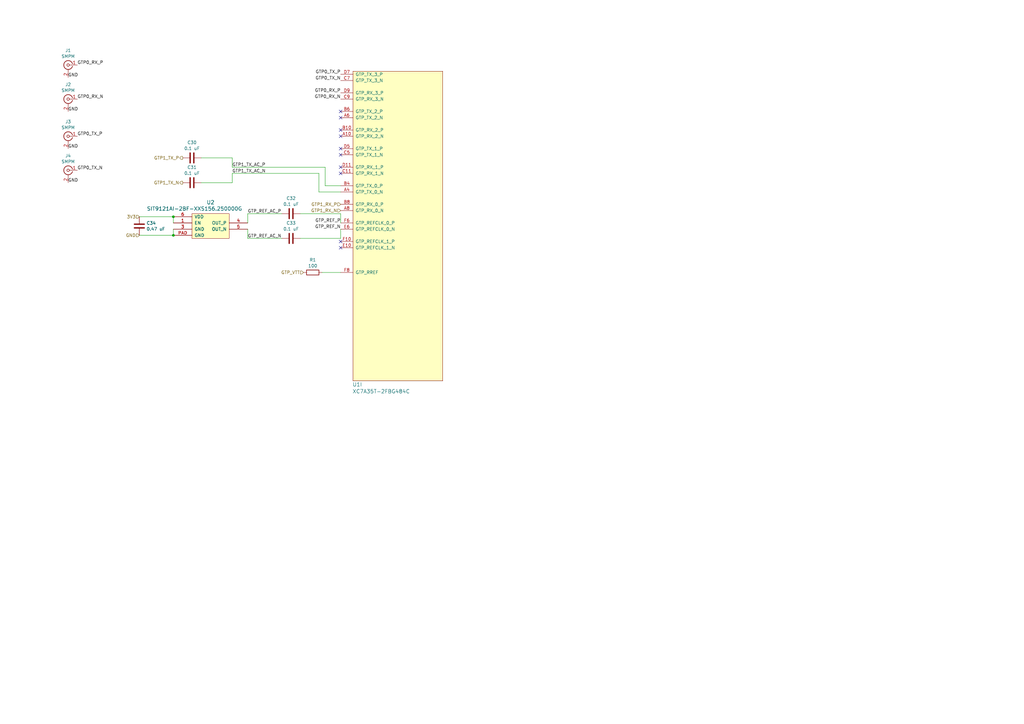
<source format=kicad_sch>
(kicad_sch (version 20231120) (generator "eeschema") (generator_version "8.0")
  (paper "A3")
  (lib_symbols
    (symbol "conn:CONN_COAXIAL" (pin_names (offset 1.016) hide)
      (property "Reference" "J" (at 0.254 3.048 0))
      (property "Value" "CONN_COAXIAL" (at 2.921 0 90))
      (symbol "CONN_COAXIAL_1_1"
        (pin passive line (at -3.81 0 0) (length 2.54) (name "In") (number "1"))
        (pin passive line (at 0 -5.08 90) (length 2.54) (name "Ext") (number "2"))
      )
    )
    (symbol "device:C" (pin_numbers hide) (pin_names (offset 0.254))
      (property "Reference" "C" (at 0.635 2.54 0))
      (property "Value" "C" (at 0.635 -2.54 0))
      (symbol "C_1_1"
        (pin passive line (at 0 3.81 270) (length 2.794) (name "~") (number "1"))
        (pin passive line (at 0 -3.81 90) (length 2.794) (name "~") (number "2"))
      )
    )
    (symbol "device:R" (pin_numbers hide) (pin_names (offset 0))
      (property "Reference" "R" (at 2.032 0 90))
      (property "Value" "R" (at 0 0 90))
      (symbol "R_1_1"
        (pin passive line (at 0 3.81 270) (length 1.27) (name "~") (number "1"))
        (pin passive line (at 0 -3.81 90) (length 1.27) (name "~") (number "2"))
      )
    )
    (symbol "osc-azonenberg:OSC_LVDS" (pin_names (offset 1.016))
      (property "Reference" "U" (at 0 -1.27 0))
      (property "Value" "OSC_LVDS" (at 0 -3.81 0))
      (symbol "OSC_LVDS_1_1"
        (pin input line (at -7.62 6.35 0) (length 7.62) (name "EN") (number "1"))
        (pin power_in line (at -7.62 3.81 0) (length 7.62) (name "GND") (number "3"))
        (pin output line (at 22.86 6.35 180) (length 7.62) (name "OUT_P") (number "4"))
        (pin output line (at 22.86 3.81 180) (length 7.62) (name "OUT_N") (number "5"))
        (pin power_in line (at -7.62 8.89 0) (length 7.62) (name "VDD") (number "6"))
        (pin power_in line (at -7.62 1.27 0) (length 7.62) (name "GND") (number "PAD"))
      )
    )
    (symbol "xilinx-azonenberg:XC7AxxxT-xFBG484" (pin_names (offset 1.016))
      (property "Reference" "U" (at 0 -2.54 0))
      (property "Value" "XC7AxxxT-xFBG484" (at 27.94 -2.54 0))
      (symbol "XC7AxxxT-xFBG484_1_1"
        (pin output line (at -5.08 17.78 0) (length 5.08) (name "DONE") (number "G11"))
        (pin power_in line (at -5.08 58.42 0) (length 5.08) (name "XADC_VP") (number "L10"))
        (pin bidirectional line (at -5.08 22.86 0) (length 5.08) (name "CCLK") (number "L12"))
        (pin power_in line (at -5.08 48.26 0) (length 5.08) (name "XADC_VREF_N") (number "L9"))
        (pin power_in line (at -5.08 50.8 0) (length 5.08) (name "XADC_VREF_P") (number "M10"))
        (pin power_in line (at -5.08 55.88 0) (length 5.08) (name "XADC_VN") (number "M9"))
        (pin passive line (at -5.08 40.64 0) (length 5.08) (name "THERMAL_D_P") (number "N10"))
        (pin input line (at -5.08 12.7 0) (length 5.08) (name "PROG_B") (number "N12"))
        (pin passive line (at -5.08 43.18 0) (length 5.08) (name "THERMAL_D_N") (number "N9"))
        (pin input line (at -5.08 30.48 0) (length 5.08) (name "TDI") (number "R13"))
        (pin input line (at -5.08 27.94 0) (length 5.08) (name "TMS") (number "T13"))
        (pin input line (at -5.08 2.54 0) (length 5.08) (name "M1") (number "U10"))
        (pin input line (at -5.08 5.08 0) (length 5.08) (name "M0") (number "U11"))
        (pin bidirectional line (at -5.08 15.24 0) (length 5.08) (name "INIT_B") (number "U12"))
        (pin output line (at -5.08 33.02 0) (length 5.08) (name "TDO") (number "U13"))
        (pin input line (at -5.08 7.62 0) (length 5.08) (name "CFGBVS") (number "U8"))
        (pin input line (at -5.08 0 0) (length 5.08) (name "M2") (number "U9"))
        (pin input line (at -5.08 35.56 0) (length 5.08) (name "TCK") (number "V12"))
      )
      (symbol "XC7AxxxT-xFBG484_2_0"
        (text "1.0V" (at 15.24 93.98 900) (effects (font (size 1.524 1.524))))
        (text "1.2V" (at 15.24 54.61 900) (effects (font (size 1.524 1.524))))
        (text "1.5V" (at 15.24 13.97 0) (effects (font (size 1.524 1.524))))
        (text "1.8V" (at 15.24 35.56 900) (effects (font (size 1.524 1.524))))
      )
      (symbol "XC7AxxxT-xFBG484_2_1"
        (pin power_in line (at 41.91 52.07 180) (length 5.08) (name "VCCO_16") (number "A17"))
        (pin power_in line (at 41.91 105.41 180) (length 5.08) (name "VCCO_13") (number "AA17"))
        (pin power_in line (at 41.91 34.29 180) (length 5.08) (name "VCCO_34") (number "AA7"))
        (pin power_in line (at 41.91 107.95 180) (length 5.08) (name "VCCO_13") (number "AB14"))
        (pin power_in line (at 41.91 36.83 180) (length 5.08) (name "VCCO_34") (number "AB4"))
        (pin power_in line (at -5.08 58.42 0) (length 5.08) (name "MGTAVTT") (number "B11"))
        (pin power_in line (at 41.91 54.61 180) (length 5.08) (name "VCCO_16") (number "B14"))
        (pin power_in line (at -5.08 48.26 0) (length 5.08) (name "MGTAVTT") (number "B5"))
        (pin power_in line (at -5.08 50.8 0) (length 5.08) (name "MGTAVTT") (number "B7"))
        (pin power_in line (at -5.08 55.88 0) (length 5.08) (name "MGTAVTT") (number "B9"))
        (pin power_in line (at 41.91 16.51 180) (length 5.08) (name "VCCO_35") (number "C1"))
        (pin power_in line (at 41.91 57.15 180) (length 5.08) (name "VCCO_16") (number "C21"))
        (pin power_in line (at -5.08 60.96 0) (length 5.08) (name "MGTAVTT") (number "C4"))
        (pin power_in line (at -5.08 53.34 0) (length 5.08) (name "MGTAVTT") (number "C8"))
        (pin power_in line (at -5.08 68.58 0) (length 5.08) (name "MGTAVCC") (number "D10"))
        (pin power_in line (at 41.91 59.69 180) (length 5.08) (name "VCCO_16") (number "D18"))
        (pin power_in line (at -5.08 66.04 0) (length 5.08) (name "MGTAVCC") (number "D6"))
        (pin power_in line (at -5.08 13.97 0) (length 5.08) (name "VCCBATT") (number "E12"))
        (pin power_in line (at 41.91 62.23 180) (length 5.08) (name "VCCO_16") (number "E15"))
        (pin power_in line (at -5.08 73.66 0) (length 5.08) (name "MGTAVCC") (number "E8"))
        (pin power_in line (at 41.91 120.65 180) (length 5.08) (name "VCCO_0") (number "F12"))
        (pin power_in line (at 41.91 19.05 180) (length 5.08) (name "VCCO_35") (number "F2"))
        (pin power_in line (at 41.91 64.77 180) (length 5.08) (name "VCCO_16") (number "F22"))
        (pin power_in line (at -5.08 76.2 0) (length 5.08) (name "MGTAVCC") (number "F7"))
        (pin power_in line (at -5.08 71.12 0) (length 5.08) (name "MGTAVCC") (number "F9"))
        (pin power_in line (at 41.91 69.85 180) (length 5.08) (name "VCCO_15") (number "G19"))
        (pin power_in line (at -5.08 91.44 0) (length 5.08) (name "VCCINT") (number "H10"))
        (pin power_in line (at -5.08 33.02 0) (length 5.08) (name "VCCAUX") (number "H12"))
        (pin power_in line (at 41.91 72.39 180) (length 5.08) (name "VCCO_15") (number "H16"))
        (pin power_in line (at 41.91 21.59 180) (length 5.08) (name "VCCO_35") (number "H6"))
        (pin power_in line (at -5.08 93.98 0) (length 5.08) (name "VCCINT") (number "H8"))
        (pin power_in line (at -5.08 81.28 0) (length 5.08) (name "VCCBRAM") (number "J11"))
        (pin power_in line (at 41.91 74.93 180) (length 5.08) (name "VCCO_15") (number "J13"))
        (pin power_in line (at 41.91 24.13 180) (length 5.08) (name "VCCO_35") (number "J3"))
        (pin power_in line (at -5.08 96.52 0) (length 5.08) (name "VCCINT") (number "J7"))
        (pin power_in line (at -5.08 99.06 0) (length 5.08) (name "VCCINT") (number "J9"))
        (pin power_in line (at -5.08 29.21 0) (length 5.08) (name "VCCADC") (number "K10"))
        (pin power_in line (at -5.08 35.56 0) (length 5.08) (name "VCCAUX") (number "K12"))
        (pin power_in line (at 41.91 77.47 180) (length 5.08) (name "VCCO_15") (number "K20"))
        (pin power_in line (at -5.08 104.14 0) (length 5.08) (name "VCCINT") (number "K8"))
        (pin power_in line (at -5.08 83.82 0) (length 5.08) (name "VCCBRAM") (number "L11"))
        (pin power_in line (at 41.91 80.01 180) (length 5.08) (name "VCCO_15") (number "L17"))
        (pin power_in line (at -5.08 101.6 0) (length 5.08) (name "VCCINT") (number "L7"))
        (pin power_in line (at -5.08 38.1 0) (length 5.08) (name "VCCAUX") (number "M12"))
        (pin power_in line (at 41.91 87.63 180) (length 5.08) (name "VCCO_14") (number "M14"))
        (pin power_in line (at 41.91 26.67 180) (length 5.08) (name "VCCO_35") (number "M4"))
        (pin power_in line (at -5.08 106.68 0) (length 5.08) (name "VCCINT") (number "M8"))
        (pin power_in line (at 41.91 29.21 180) (length 5.08) (name "VCCO_35") (number "N1"))
        (pin power_in line (at -5.08 86.36 0) (length 5.08) (name "VCCBRAM") (number "N11"))
        (pin power_in line (at 41.91 82.55 180) (length 5.08) (name "VCCO_15") (number "N21"))
        (pin power_in line (at -5.08 109.22 0) (length 5.08) (name "VCCINT") (number "N7"))
        (pin power_in line (at -5.08 114.3 0) (length 5.08) (name "VCCINT") (number "P10"))
        (pin power_in line (at -5.08 40.64 0) (length 5.08) (name "VCCAUX") (number "P12"))
        (pin power_in line (at 41.91 90.17 180) (length 5.08) (name "VCCO_14") (number "P18"))
        (pin power_in line (at -5.08 111.76 0) (length 5.08) (name "VCCINT") (number "P8"))
        (pin power_in line (at -5.08 43.18 0) (length 5.08) (name "VCCAUX") (number "R11"))
        (pin power_in line (at 41.91 92.71 180) (length 5.08) (name "VCCO_14") (number "R15"))
        (pin power_in line (at 41.91 39.37 180) (length 5.08) (name "VCCO_34") (number "R5"))
        (pin power_in line (at -5.08 116.84 0) (length 5.08) (name "VCCINT") (number "R7"))
        (pin power_in line (at -5.08 119.38 0) (length 5.08) (name "VCCINT") (number "R9"))
        (pin power_in line (at -5.08 121.92 0) (length 5.08) (name "VCCINT") (number "T10"))
        (pin power_in line (at 41.91 123.19 180) (length 5.08) (name "VCCO_0") (number "T12"))
        (pin power_in line (at 41.91 41.91 180) (length 5.08) (name "VCCO_34") (number "T2"))
        (pin power_in line (at 41.91 95.25 180) (length 5.08) (name "VCCO_14") (number "T22"))
        (pin power_in line (at -5.08 124.46 0) (length 5.08) (name "VCCINT") (number "T8"))
        (pin power_in line (at 41.91 97.79 180) (length 5.08) (name "VCCO_14") (number "U19"))
        (pin power_in line (at 41.91 110.49 180) (length 5.08) (name "VCCO_13") (number "V16"))
        (pin power_in line (at 41.91 44.45 180) (length 5.08) (name "VCCO_34") (number "V6"))
        (pin power_in line (at 41.91 113.03 180) (length 5.08) (name "VCCO_13") (number "W13"))
        (pin power_in line (at 41.91 46.99 180) (length 5.08) (name "VCCO_34") (number "W3"))
        (pin power_in line (at 41.91 115.57 180) (length 5.08) (name "VCCO_13") (number "Y10"))
        (pin power_in line (at 41.91 100.33 180) (length 5.08) (name "VCCO_14") (number "Y20"))
      )
      (symbol "XC7AxxxT-xFBG484_3_0"
        (text "Byte group 0" (at 25.4 107.95 900) (effects (font (size 1.524 1.524))))
        (text "Byte group 1" (at 25.4 77.47 900) (effects (font (size 1.524 1.524))))
        (text "Byte group 2" (at 25.4 46.99 900) (effects (font (size 1.524 1.524))))
      )
      (symbol "XC7AxxxT-xFBG484_3_1"
        (pin bidirectional line (at -5.08 81.28 0) (length 5.08) (name "IO_L9P_T1_DQS_13") (number "AA10"))
        (pin bidirectional line (at -5.08 78.74 0) (length 5.08) (name "IO_L9N_T1_DQS_13") (number "AA11"))
        (pin bidirectional line (at -5.08 111.76 0) (length 5.08) (name "IO_L3P_T0_DQS_13") (number "AA13"))
        (pin bidirectional line (at -5.08 99.06 0) (length 5.08) (name "IO_L5N_T0_13") (number "AA14"))
        (pin bidirectional line (at -5.08 106.68 0) (length 5.08) (name "IO_L4P_T0_13") (number "AA15"))
        (pin bidirectional line (at -5.08 119.38 0) (length 5.08) (name "IO_L1N_T0_13") (number "AA16"))
        (pin bidirectional line (at -5.08 86.36 0) (length 5.08) (name "IO_L8P_T1_13") (number "AA9"))
        (pin bidirectional line (at -5.08 83.82 0) (length 5.08) (name "IO_L8N_T1_13") (number "AB10"))
        (pin bidirectional line (at -5.08 91.44 0) (length 5.08) (name "IO_L7P_T1_13") (number "AB11"))
        (pin bidirectional line (at -5.08 88.9 0) (length 5.08) (name "IO_L7N_T1_13") (number "AB12"))
        (pin bidirectional line (at -5.08 109.22 0) (length 5.08) (name "IO_L3N_T0_DQS_13") (number "AB13"))
        (pin bidirectional line (at -5.08 104.14 0) (length 5.08) (name "IO_L4N_T0_13") (number "AB15"))
        (pin bidirectional line (at -5.08 116.84 0) (length 5.08) (name "IO_L2P_T0_13") (number "AB16"))
        (pin bidirectional line (at -5.08 114.3 0) (length 5.08) (name "IO_L2N_T0_13") (number "AB17"))
        (pin bidirectional line (at -5.08 50.8 0) (length 5.08) (name "IO_L15P_T2_DQS_13") (number "T14"))
        (pin bidirectional line (at -5.08 48.26 0) (length 5.08) (name "IO_L15N_T2_DQS_13") (number "T15"))
        (pin bidirectional line (at -5.08 40.64 0) (length 5.08) (name "IO_L17P_T2_13") (number "T16"))
        (pin bidirectional line (at -5.08 55.88 0) (length 5.08) (name "IO_L14P_T2_SRCC_13") (number "U15"))
        (pin bidirectional line (at -5.08 38.1 0) (length 5.08) (name "IO_L17N_T2_13") (number "U16"))
        (pin bidirectional line (at -5.08 76.2 0) (length 5.08) (name "IO_L10_PT1_13") (number "V10"))
        (pin bidirectional line (at -5.08 60.96 0) (length 5.08) (name "IO_L13P_T2_MRCC_13") (number "V13"))
        (pin bidirectional line (at -5.08 58.42 0) (length 5.08) (name "IO_L13N_T2_MRCC_13") (number "V14"))
        (pin bidirectional line (at -5.08 53.34 0) (length 5.08) (name "IO_L14N_T2_SRCC_13") (number "V15"))
        (pin bidirectional line (at -5.08 73.66 0) (length 5.08) (name "IO_L10N_T1_13") (number "W10"))
        (pin bidirectional line (at -5.08 66.04 0) (length 5.08) (name "IO_L12P_T1_MRCC_13") (number "W11"))
        (pin bidirectional line (at -5.08 63.5 0) (length 5.08) (name "IO_12N_T1_MRCC_13") (number "W12"))
        (pin bidirectional line (at -5.08 96.52 0) (length 5.08) (name "IO_L6P_T0_13") (number "W14"))
        (pin bidirectional line (at -5.08 45.72 0) (length 5.08) (name "IO_L16P_T2_13") (number "W15"))
        (pin bidirectional line (at -5.08 43.18 0) (length 5.08) (name "IO_L16N_T2_13") (number "W16"))
        (pin bidirectional line (at -5.08 71.12 0) (length 5.08) (name "IO_L11P_T1_SRCC_13") (number "Y11"))
        (pin bidirectional line (at -5.08 68.58 0) (length 5.08) (name "IO_L11N_T1_SRCC_13") (number "Y12"))
        (pin bidirectional line (at -5.08 101.6 0) (length 5.08) (name "IO_L5P_T0_13") (number "Y13"))
        (pin bidirectional line (at -5.08 93.98 0) (length 5.08) (name "IO_L6N_T0_VREF_13") (number "Y14"))
        (pin bidirectional line (at -5.08 121.92 0) (length 5.08) (name "IO_L1P_T0_13") (number "Y16"))
        (pin bidirectional line (at -5.08 124.46 0) (length 5.08) (name "IO_0_13") (number "Y17"))
      )
      (symbol "XC7AxxxT-xFBG484_4_0"
        (text "Byte group 0" (at 34.29 106.68 900) (effects (font (size 1.524 1.524))))
        (text "Byte group 1" (at 34.29 77.47 900) (effects (font (size 1.524 1.524))))
        (text "Byte group 2" (at 34.29 46.99 900) (effects (font (size 1.524 1.524))))
        (text "Byte group 3" (at 34.29 16.51 900) (effects (font (size 1.524 1.524))))
      )
      (symbol "XC7AxxxT-xFBG484_4_1"
        (pin bidirectional line (at -5.08 40.64 0) (length 5.08) (name "IO_L17P_T2_A14_D30_14") (number "AA18"))
        (pin bidirectional line (at -5.08 50.8 0) (length 5.08) (name "IO_L15P_T2_DQS_RDWR_B_14") (number "AA19"))
        (pin bidirectional line (at -5.08 86.36 0) (length 5.08) (name "IO_L8P_T1_D11_14") (number "AA20"))
        (pin bidirectional line (at -5.08 83.82 0) (length 5.08) (name "IO_L8N_T1_D12_14") (number "AA21"))
        (pin bidirectional line (at -5.08 38.1 0) (length 5.08) (name "IO_L17N_T2_A13_D29_14") (number "AB18"))
        (pin bidirectional line (at -5.08 48.26 0) (length 5.08) (name "IO_L15N_T2_DQS_DOUT_CSO_B_14") (number "AB20"))
        (pin bidirectional line (at -5.08 76.2 0) (length 5.08) (name "IO_L10P_T1_D14_14") (number "AB21"))
        (pin bidirectional line (at -5.08 73.66 0) (length 5.08) (name "IO_L10N_T1_D15_14") (number "AB22"))
        (pin bidirectional line (at -5.08 10.16 0) (length 5.08) (name "IO_L23P_T3_A03_D19_14") (number "N13"))
        (pin bidirectional line (at -5.08 7.62 0) (length 5.08) (name "IO_L23N_T3_A02_D18_14") (number "N14"))
        (pin bidirectional line (at -5.08 0 0) (length 5.08) (name "IO_25_14") (number "N15"))
        (pin bidirectional line (at -5.08 20.32 0) (length 5.08) (name "IO_L21P_T3_DQS_14") (number "N17"))
        (pin bidirectional line (at -5.08 30.48 0) (length 5.08) (name "IO_L19P_T3_A10_D26_14") (number "P14"))
        (pin bidirectional line (at -5.08 15.24 0) (length 5.08) (name "IO_L22P_T3_A05_D21_14") (number "P15"))
        (pin bidirectional line (at -5.08 5.08 0) (length 5.08) (name "IO_L24P_T3_A01_D17_14") (number "P16"))
        (pin bidirectional line (at -5.08 17.78 0) (length 5.08) (name "IO_L21N_T3_DQS_A06_D22_14") (number "P17"))
        (pin bidirectional line (at -5.08 101.6 0) (length 5.08) (name "IO_L5P_T0_D06_14") (number "P19"))
        (pin bidirectional line (at -5.08 124.46 0) (length 5.08) (name "IO_0_14") (number "P20"))
        (pin bidirectional line (at -5.08 116.84 0) (length 5.08) (name "IO_L2P_T0_D02_14") (number "P21"))
        (pin bidirectional line (at -5.08 121.92 0) (length 5.08) (name "IO_L1P_T0_D00_MOSI_14") (number "P22"))
        (pin bidirectional line (at -5.08 27.94 0) (length 5.08) (name "IO_L19N_T3_A09_D25_VREF_14") (number "R14"))
        (pin bidirectional line (at -5.08 12.7 0) (length 5.08) (name "IO_L22N_T3_A04_D20_14") (number "R16"))
        (pin bidirectional line (at -5.08 2.54 0) (length 5.08) (name "IO_L24N_T3_A00_D16_14") (number "R17"))
        (pin bidirectional line (at -5.08 25.4 0) (length 5.08) (name "IO_L20P_T3_A08_D24_14") (number "R18"))
        (pin bidirectional line (at -5.08 99.06 0) (length 5.08) (name "IO_L5N_T0_D07_14") (number "R19"))
        (pin bidirectional line (at -5.08 114.3 0) (length 5.08) (name "IO_L2N_T0_D03_14") (number "R21"))
        (pin bidirectional line (at -5.08 119.38 0) (length 5.08) (name "IO_L1N_T0_D01_DIN_14") (number "R22"))
        (pin bidirectional line (at -5.08 22.86 0) (length 5.08) (name "IO_L20N_T3_A07_D23_14") (number "T18"))
        (pin bidirectional line (at -5.08 96.52 0) (length 5.08) (name "IO_L6P_T0_FCS_B_14") (number "T19"))
        (pin bidirectional line (at -5.08 93.98 0) (length 5.08) (name "IO_L6N_T0_D08_VREF_14") (number "T20"))
        (pin bidirectional line (at -5.08 106.68 0) (length 5.08) (name "IO_L4P_T0_D04_14") (number "T21"))
        (pin bidirectional line (at -5.08 35.56 0) (length 5.08) (name "IO_L18P_T2_A12_D28_14") (number "U17"))
        (pin bidirectional line (at -5.08 33.02 0) (length 5.08) (name "IO_L18N_T2_A11_D27_14") (number "U18"))
        (pin bidirectional line (at -5.08 71.12 0) (length 5.08) (name "IO_L11P_T1_SRCC_14") (number "U20"))
        (pin bidirectional line (at -5.08 104.14 0) (length 5.08) (name "IO_L4N_T0_D05_14") (number "U21"))
        (pin bidirectional line (at -5.08 111.76 0) (length 5.08) (name "IO_L3P_T0_DQS_PUDC_B_14") (number "U22"))
        (pin bidirectional line (at -5.08 45.72 0) (length 5.08) (name "IO_L16P_T2_CSI_B_14") (number "V17"))
        (pin bidirectional line (at -5.08 55.88 0) (length 5.08) (name "IO_L14P_T2_SRCC_14") (number "V18"))
        (pin bidirectional line (at -5.08 53.34 0) (length 5.08) (name "IO_L14N_T2_SRCC_14") (number "V19"))
        (pin bidirectional line (at -5.08 68.58 0) (length 5.08) (name "IO_L11N_T1_SRCC_14") (number "V20"))
        (pin bidirectional line (at -5.08 109.22 0) (length 5.08) (name "IO_L3N_T0_DQS_EMCCLK_14") (number "V22"))
        (pin bidirectional line (at -5.08 43.18 0) (length 5.08) (name "IO_L16N_T2_A15_D31_14") (number "W17"))
        (pin bidirectional line (at -5.08 66.04 0) (length 5.08) (name "IO_L12P_T1_MRCC_14") (number "W19"))
        (pin bidirectional line (at -5.08 63.5 0) (length 5.08) (name "IO_L12N_T1_MRCC_14") (number "W20"))
        (pin bidirectional line (at -5.08 91.44 0) (length 5.08) (name "IO_L7P_T1_D09_14") (number "W21"))
        (pin bidirectional line (at -5.08 88.9 0) (length 5.08) (name "IO_L7N_T1_D10_14") (number "W22"))
        (pin bidirectional line (at -5.08 60.96 0) (length 5.08) (name "IO_L13P_T2_MRCC_14") (number "Y18"))
        (pin bidirectional line (at -5.08 58.42 0) (length 5.08) (name "IO_L13N_T2_MRCC_14") (number "Y19"))
        (pin bidirectional line (at -5.08 81.28 0) (length 5.08) (name "IO_L9P_T1_DQS_14") (number "Y21"))
        (pin bidirectional line (at -5.08 78.74 0) (length 5.08) (name "IO_L9N_T1_DQS_D13_14") (number "Y22"))
      )
      (symbol "XC7AxxxT-xFBG484_5_0"
        (text "Byte group 0" (at 31.75 106.68 900) (effects (font (size 1.524 1.524))))
        (text "Byte group 1" (at 31.75 76.2 900) (effects (font (size 1.524 1.524))))
        (text "Byte group 2" (at 31.75 45.72 900) (effects (font (size 1.524 1.524))))
        (text "Byte group 3" (at 31.75 15.24 900) (effects (font (size 1.524 1.524))))
      )
      (symbol "XC7AxxxT-xFBG484_5_1"
        (pin bidirectional line (at -5.08 119.38 0) (length 5.08) (name "IO_L1N_T0_AD0N_15") (number "G13"))
        (pin bidirectional line (at -5.08 116.84 0) (length 5.08) (name "IO_L2P_T0_AD8P_15") (number "G15"))
        (pin bidirectional line (at -5.08 114.3 0) (length 5.08) (name "IO_L2N_T0_AD8N_15") (number "G16"))
        (pin bidirectional line (at -5.08 106.68 0) (length 5.08) (name "IO_L4P_T0_AD9P_15") (number "G17"))
        (pin bidirectional line (at -5.08 104.14 0) (length 5.08) (name "IO_L4N_T0_AD9N_15") (number "G18"))
        (pin bidirectional line (at -5.08 83.82 0) (length 5.08) (name "IO_L8N_T1_AD10N_15") (number "G20"))
        (pin bidirectional line (at -5.08 121.92 0) (length 5.08) (name "IO_L1P_T0_AD0P_15") (number "H13"))
        (pin bidirectional line (at -5.08 109.22 0) (length 5.08) (name "IO_L3N_T0_DQS_AD1N_15") (number "H14"))
        (pin bidirectional line (at -5.08 99.06 0) (length 5.08) (name "IO_L5N_T0_AD9N_15") (number "H15"))
        (pin bidirectional line (at -5.08 96.52 0) (length 5.08) (name "IO_L6P_T0_15") (number "H17"))
        (pin bidirectional line (at -5.08 93.98 0) (length 5.08) (name "IO_L6N_T0_VREF_15") (number "H18"))
        (pin bidirectional line (at -5.08 63.5 0) (length 5.08) (name "IO_L12N_T1_MRCC_15") (number "H19"))
        (pin bidirectional line (at -5.08 86.36 0) (length 5.08) (name "IO_L8P_T1_AD10P_15") (number "H20"))
        (pin bidirectional line (at -5.08 88.9 0) (length 5.08) (name "IO_L7N_T1_AD2N_15") (number "H22"))
        (pin bidirectional line (at -5.08 111.76 0) (length 5.08) (name "IO_L3P_T0_DQS_AD1P_15") (number "J14"))
        (pin bidirectional line (at -5.08 101.6 0) (length 5.08) (name "IO_L5P_T0_AD9P_15") (number "J15"))
        (pin bidirectional line (at -5.08 124.46 0) (length 5.08) (name "IO_0_15") (number "J16"))
        (pin bidirectional line (at -5.08 17.78 0) (length 5.08) (name "IO_L21N_T3_DQS_A18_15") (number "J17"))
        (pin bidirectional line (at -5.08 66.04 0) (length 5.08) (name "IO_L12P_T1_MRCC_15") (number "J19"))
        (pin bidirectional line (at -5.08 71.12 0) (length 5.08) (name "IO_L11P_T1_SRCC_15") (number "J20"))
        (pin bidirectional line (at -5.08 68.58 0) (length 5.08) (name "IO_L11N_T1_SRCC_15") (number "J21"))
        (pin bidirectional line (at -5.08 91.44 0) (length 5.08) (name "IO_L7P_T1_AD2P_15") (number "J22"))
        (pin bidirectional line (at -5.08 30.48 0) (length 5.08) (name "IO_L19P_T3_A22_15") (number "K13"))
        (pin bidirectional line (at -5.08 27.94 0) (length 5.08) (name "IO_L19N_T3_A21_VREF_15") (number "K14"))
        (pin bidirectional line (at -5.08 7.62 0) (length 5.08) (name "IO_L23N_T3_FWE_B_15") (number "K16"))
        (pin bidirectional line (at -5.08 20.32 0) (length 5.08) (name "IO_L21P_T3_DQS_15") (number "K17"))
        (pin bidirectional line (at -5.08 60.96 0) (length 5.08) (name "IO_L13P_T2_MRCC_15") (number "K18"))
        (pin bidirectional line (at -5.08 58.42 0) (length 5.08) (name "IO_L13N_T2_MRCC_15") (number "K19"))
        (pin bidirectional line (at -5.08 81.28 0) (length 5.08) (name "IO_L9P_T1_DQS_AD3P_15") (number "K21"))
        (pin bidirectional line (at -5.08 78.74 0) (length 5.08) (name "IO_L9N_T1_DQS_AD3N_15") (number "K22"))
        (pin bidirectional line (at -5.08 22.86 0) (length 5.08) (name "IO_L20N_T3_A19_15") (number "L13"))
        (pin bidirectional line (at -5.08 15.24 0) (length 5.08) (name "IO_L22P_T3_A17_15") (number "L14"))
        (pin bidirectional line (at -5.08 12.7 0) (length 5.08) (name "IO_L22N_T3_A16_15") (number "L15"))
        (pin bidirectional line (at -5.08 10.16 0) (length 5.08) (name "IO_L23P_T3_FOE_B_15") (number "L16"))
        (pin bidirectional line (at -5.08 43.18 0) (length 5.08) (name "IO_L16N_T2_A27_15") (number "L18"))
        (pin bidirectional line (at -5.08 55.88 0) (length 5.08) (name "IO_L14P_T2_SRCC_15") (number "L19"))
        (pin bidirectional line (at -5.08 53.34 0) (length 5.08) (name "IO_L14N_T2_SRCC_15") (number "L20"))
        (pin bidirectional line (at -5.08 73.66 0) (length 5.08) (name "IO_L10N_T1_AD11N_15") (number "L21"))
        (pin bidirectional line (at -5.08 25.4 0) (length 5.08) (name "IO_L20P_T3_A20_15") (number "M13"))
        (pin bidirectional line (at -5.08 5.08 0) (length 5.08) (name "IO_L24P_T3_RS1_15") (number "M15"))
        (pin bidirectional line (at -5.08 2.54 0) (length 5.08) (name "IO_L24N_T3_RS0_15") (number "M16"))
        (pin bidirectional line (at -5.08 0 0) (length 5.08) (name "IO_25_15") (number "M17"))
        (pin bidirectional line (at -5.08 45.72 0) (length 5.08) (name "IO_L16P_T2_A28_15") (number "M18"))
        (pin bidirectional line (at -5.08 33.02 0) (length 5.08) (name "IO_L18N_T2_A23_15") (number "M20"))
        (pin bidirectional line (at -5.08 76.2 0) (length 5.08) (name "IO_L10P_T1_AD11P_15") (number "M21"))
        (pin bidirectional line (at -5.08 48.26 0) (length 5.08) (name "IO_L15N_T2_DQS_ADV_B_15") (number "M22"))
        (pin bidirectional line (at -5.08 40.64 0) (length 5.08) (name "IO_L17P_T2_A26_15") (number "N18"))
        (pin bidirectional line (at -5.08 38.1 0) (length 5.08) (name "IO_L17N_T2_A25_15") (number "N19"))
        (pin bidirectional line (at -5.08 35.56 0) (length 5.08) (name "IO_L18P_T2_A24_15") (number "N20"))
        (pin bidirectional line (at -5.08 50.8 0) (length 5.08) (name "IO_L15P_T2_DQS_15") (number "N22"))
      )
      (symbol "XC7AxxxT-xFBG484_6_0"
        (text "Byte group 0" (at 26.67 106.68 900) (effects (font (size 1.524 1.524))))
        (text "Byte group 1" (at 26.67 77.47 900) (effects (font (size 1.524 1.524))))
        (text "Byte group 2" (at 26.67 46.99 900) (effects (font (size 1.524 1.524))))
        (text "Byte group 3" (at 26.67 16.51 900) (effects (font (size 1.524 1.524))))
      )
      (symbol "XC7AxxxT-xFBG484_6_1"
        (pin bidirectional line (at -5.08 76.2 0) (length 5.08) (name "IO_L10P_T1_16") (number "A13"))
        (pin bidirectional line (at -5.08 73.66 0) (length 5.08) (name "IO_L10N_T1_16") (number "A14"))
        (pin bidirectional line (at -5.08 81.28 0) (length 5.08) (name "IO_L9P_T1_DQS_16") (number "A15"))
        (pin bidirectional line (at -5.08 78.74 0) (length 5.08) (name "IO_L9N_T1_DQS_16") (number "A16"))
        (pin bidirectional line (at -5.08 40.64 0) (length 5.08) (name "IO_L17P_T2_16") (number "A18"))
        (pin bidirectional line (at -5.08 38.1 0) (length 5.08) (name "IO_L17N_T2_16") (number "A19"))
        (pin bidirectional line (at -5.08 43.18 0) (length 5.08) (name "IO_L16N_T2_16") (number "A20"))
        (pin bidirectional line (at -5.08 17.78 0) (length 5.08) (name "IO_L21N_T3_DQS_16") (number "A21"))
        (pin bidirectional line (at -5.08 83.82 0) (length 5.08) (name "IO_L8N_T1_16") (number "B13"))
        (pin bidirectional line (at -5.08 91.44 0) (length 5.08) (name "IO_L7P_T1_16") (number "B15"))
        (pin bidirectional line (at -5.08 88.9 0) (length 5.08) (name "IO_L7N_T1_16") (number "B16"))
        (pin bidirectional line (at -5.08 71.12 0) (length 5.08) (name "IO_L11P_T1_SRCC_16") (number "B17"))
        (pin bidirectional line (at -5.08 68.58 0) (length 5.08) (name "IO_L11N_T1_SRCC_16") (number "B18"))
        (pin bidirectional line (at -5.08 45.72 0) (length 5.08) (name "IO_L16P_T2_16") (number "B20"))
        (pin bidirectional line (at -5.08 20.32 0) (length 5.08) (name "IO_L21P_T3_DQS_16") (number "B21"))
        (pin bidirectional line (at -5.08 22.86 0) (length 5.08) (name "IO_L20N_T3_16") (number "B22"))
        (pin bidirectional line (at -5.08 86.36 0) (length 5.08) (name "IO_L8P_T1_16") (number "C13"))
        (pin bidirectional line (at -5.08 111.76 0) (length 5.08) (name "IO_L3P_T0_DQS_16") (number "C14"))
        (pin bidirectional line (at -5.08 109.22 0) (length 5.08) (name "IO_L3N_T0_DQS_16") (number "C15"))
        (pin bidirectional line (at -5.08 63.5 0) (length 5.08) (name "IO_L12N_T1_MRCC_16") (number "C17"))
        (pin bidirectional line (at -5.08 60.96 0) (length 5.08) (name "IO_L13P_T2_MRCC_16") (number "C18"))
        (pin bidirectional line (at -5.08 58.42 0) (length 5.08) (name "IO_L13N_T2_MRCC_16") (number "C19"))
        (pin bidirectional line (at -5.08 27.94 0) (length 5.08) (name "IO_L19N_T3_VREF_16") (number "C20"))
        (pin bidirectional line (at -5.08 25.4 0) (length 5.08) (name "IO_L20P_T3_16") (number "C22"))
        (pin bidirectional line (at -5.08 96.52 0) (length 5.08) (name "IO_L6P_T0_16") (number "D14"))
        (pin bidirectional line (at -5.08 93.98 0) (length 5.08) (name "IO_L6N_T0_VREF_16") (number "D15"))
        (pin bidirectional line (at -5.08 99.06 0) (length 5.08) (name "IO_L5N_T0_16") (number "D16"))
        (pin bidirectional line (at -5.08 66.04 0) (length 5.08) (name "IO_L12P_T1_MRCC_16") (number "D17"))
        (pin bidirectional line (at -5.08 53.34 0) (length 5.08) (name "IO_L14N_T2_SRCC_16") (number "D19"))
        (pin bidirectional line (at -5.08 30.48 0) (length 5.08) (name "IO_L19P_T3_16") (number "D20"))
        (pin bidirectional line (at -5.08 7.62 0) (length 5.08) (name "IO_L23N_T3_16") (number "D21"))
        (pin bidirectional line (at -5.08 12.7 0) (length 5.08) (name "IO_L22N_T3_16") (number "D22"))
        (pin bidirectional line (at -5.08 106.68 0) (length 5.08) (name "IO_L4P_T0_16") (number "E13"))
        (pin bidirectional line (at -5.08 104.14 0) (length 5.08) (name "IO_L4N_T0_16") (number "E14"))
        (pin bidirectional line (at -5.08 101.6 0) (length 5.08) (name "IO_L5P_T0_16") (number "E16"))
        (pin bidirectional line (at -5.08 114.3 0) (length 5.08) (name "IO_L2N_T0_16") (number "E17"))
        (pin bidirectional line (at -5.08 48.26 0) (length 5.08) (name "IO_L15N_T2_DQS_16") (number "E18"))
        (pin bidirectional line (at -5.08 55.88 0) (length 5.08) (name "IO_L14P_T2_SRCC_16") (number "E19"))
        (pin bidirectional line (at -5.08 10.16 0) (length 5.08) (name "IO_L23P_T3_16") (number "E21"))
        (pin bidirectional line (at -5.08 15.24 0) (length 5.08) (name "IO_L22P_T3_16") (number "E22"))
        (pin bidirectional line (at -5.08 121.92 0) (length 5.08) (name "IO_L1P_T0_16") (number "F13"))
        (pin bidirectional line (at -5.08 119.38 0) (length 5.08) (name "IO_L1N_T0_16") (number "F14"))
        (pin bidirectional line (at -5.08 124.46 0) (length 5.08) (name "IO_0_16") (number "F15"))
        (pin bidirectional line (at -5.08 116.84 0) (length 5.08) (name "IO_L2P_T0_16") (number "F16"))
        (pin bidirectional line (at -5.08 50.8 0) (length 5.08) (name "IO_L15P_T2_DQS_16") (number "F18"))
        (pin bidirectional line (at -5.08 35.56 0) (length 5.08) (name "IO_L18P_T2_16") (number "F19"))
        (pin bidirectional line (at -5.08 33.02 0) (length 5.08) (name "IO_L18N_T2_16") (number "F20"))
        (pin bidirectional line (at -5.08 0 0) (length 5.08) (name "IO_25_16") (number "F21"))
        (pin bidirectional line (at -5.08 5.08 0) (length 5.08) (name "IO_L24P_T3_16") (number "G21"))
        (pin bidirectional line (at -5.08 2.54 0) (length 5.08) (name "IO_L24N_T3_16") (number "G22"))
      )
      (symbol "XC7AxxxT-xFBG484_7_0"
        (text "Byte group 0" (at 25.4 106.68 900) (effects (font (size 1.524 1.524))))
        (text "Byte group 1" (at 25.4 77.47 900) (effects (font (size 1.524 1.524))))
        (text "Byte group 2" (at 25.4 45.72 900) (effects (font (size 1.524 1.524))))
        (text "Byte group 3" (at 25.4 16.51 900) (effects (font (size 1.524 1.524))))
      )
      (symbol "XC7AxxxT-xFBG484_7_1"
        (pin bidirectional line (at -5.08 91.44 0) (length 5.08) (name "IO_L7P_T1_34") (number "AA1"))
        (pin bidirectional line (at -5.08 78.74 0) (length 5.08) (name "IO_L9N_T1_DQS_34") (number "AA3"))
        (pin bidirectional line (at -5.08 68.58 0) (length 5.08) (name "IO_L11N_T1_SRCC_34") (number "AA4"))
        (pin bidirectional line (at -5.08 76.2 0) (length 5.08) (name "IO_L10P_T1_34") (number "AA5"))
        (pin bidirectional line (at -5.08 33.02 0) (length 5.08) (name "IO_L18N_T2_34") (number "AA6"))
        (pin bidirectional line (at -5.08 15.24 0) (length 5.08) (name "IO_L22P_T3_34") (number "AA8"))
        (pin bidirectional line (at -5.08 88.9 0) (length 5.08) (name "IO_L7N_T1_34") (number "AB1"))
        (pin bidirectional line (at -5.08 83.82 0) (length 5.08) (name "IO_L8N_T1_34") (number "AB2"))
        (pin bidirectional line (at -5.08 86.36 0) (length 5.08) (name "IO_L8P_T1_34") (number "AB3"))
        (pin bidirectional line (at -5.08 73.66 0) (length 5.08) (name "IO_L10N_T1_34") (number "AB5"))
        (pin bidirectional line (at -5.08 22.86 0) (length 5.08) (name "IO_L20N_T3_34") (number "AB6"))
        (pin bidirectional line (at -5.08 25.4 0) (length 5.08) (name "IO_L20P_T3_34") (number "AB7"))
        (pin bidirectional line (at -5.08 12.7 0) (length 5.08) (name "IO_L22N_T3_34") (number "AB8"))
        (pin bidirectional line (at -5.08 109.22 0) (length 5.08) (name "IO_L3N_T0_DQS_34") (number "R2"))
        (pin bidirectional line (at -5.08 111.76 0) (length 5.08) (name "IO_L3P_T0_DQS_34") (number "R3"))
        (pin bidirectional line (at -5.08 60.96 0) (length 5.08) (name "IO_L13P_T2_MRCC_34") (number "R4"))
        (pin bidirectional line (at -5.08 40.64 0) (length 5.08) (name "IO_L17P_T2_34") (number "R6"))
        (pin bidirectional line (at -5.08 121.92 0) (length 5.08) (name "IO_L1P_T0_34") (number "T1"))
        (pin bidirectional line (at -5.08 124.46 0) (length 5.08) (name "IO_0_34") (number "T3"))
        (pin bidirectional line (at -5.08 58.42 0) (length 5.08) (name "IO_L13N_T2_MRCC_34") (number "T4"))
        (pin bidirectional line (at -5.08 55.88 0) (length 5.08) (name "IO_L14P_T2_SRCC_34") (number "T5"))
        (pin bidirectional line (at -5.08 38.1 0) (length 5.08) (name "IO_L17N_T2_34") (number "T6"))
        (pin bidirectional line (at -5.08 119.38 0) (length 5.08) (name "IO_L1N_T0_34") (number "U1"))
        (pin bidirectional line (at -5.08 116.84 0) (length 5.08) (name "IO_L2P_T0_34") (number "U2"))
        (pin bidirectional line (at -5.08 96.52 0) (length 5.08) (name "IO_L6P_T0_34") (number "U3"))
        (pin bidirectional line (at -5.08 53.34 0) (length 5.08) (name "IO_L14N_T2_SRCC_34") (number "U5"))
        (pin bidirectional line (at -5.08 45.72 0) (length 5.08) (name "IO_L16P_T2_34") (number "U6"))
        (pin bidirectional line (at -5.08 0 0) (length 5.08) (name "IO_25_34") (number "U7"))
        (pin bidirectional line (at -5.08 114.3 0) (length 5.08) (name "IO_L2N_T0_34") (number "V2"))
        (pin bidirectional line (at -5.08 93.98 0) (length 5.08) (name "IO_L6N_T0_VREF_34") (number "V3"))
        (pin bidirectional line (at -5.08 66.04 0) (length 5.08) (name "IO_L12P_T1_MRCC_34") (number "V4"))
        (pin bidirectional line (at -5.08 43.18 0) (length 5.08) (name "IO_L16N_T2_34") (number "V5"))
        (pin bidirectional line (at -5.08 30.48 0) (length 5.08) (name "IO_L19P_T3_34") (number "V7"))
        (pin bidirectional line (at -5.08 17.78 0) (length 5.08) (name "IO_L21N_T3_DQS_34") (number "V8"))
        (pin bidirectional line (at -5.08 20.32 0) (length 5.08) (name "IO_L21P_T3_DQS_34") (number "V9"))
        (pin bidirectional line (at -5.08 101.6 0) (length 5.08) (name "IO_L5P_T0_34") (number "W1"))
        (pin bidirectional line (at -5.08 106.68 0) (length 5.08) (name "IO_L4P_T0_34") (number "W2"))
        (pin bidirectional line (at -5.08 63.5 0) (length 5.08) (name "IO_L12N_T1_MRCC_34") (number "W4"))
        (pin bidirectional line (at -5.08 48.26 0) (length 5.08) (name "IO_L15N_T2_DQS_34") (number "W5"))
        (pin bidirectional line (at -5.08 50.8 0) (length 5.08) (name "IO_L15P_T2_DQS_34") (number "W6"))
        (pin bidirectional line (at -5.08 27.94 0) (length 5.08) (name "IO_L19N_T3_VREF_34") (number "W7"))
        (pin bidirectional line (at -5.08 5.08 0) (length 5.08) (name "IO_L24P_T3_34") (number "W9"))
        (pin bidirectional line (at -5.08 99.06 0) (length 5.08) (name "IO_L5N_T0_34") (number "Y1"))
        (pin bidirectional line (at -5.08 104.14 0) (length 5.08) (name "IO_L4N_T0_34") (number "Y2"))
        (pin bidirectional line (at -5.08 81.28 0) (length 5.08) (name "IO_L9P_T1_DQS_34") (number "Y3"))
        (pin bidirectional line (at -5.08 71.12 0) (length 5.08) (name "IO_L11P_T1_SRCC_34") (number "Y4"))
        (pin bidirectional line (at -5.08 35.56 0) (length 5.08) (name "IO_L18P_T2_34") (number "Y6"))
        (pin bidirectional line (at -5.08 7.62 0) (length 5.08) (name "IO_L23N_T3_34") (number "Y7"))
        (pin bidirectional line (at -5.08 10.16 0) (length 5.08) (name "IO_L23P_T3_34") (number "Y8"))
        (pin bidirectional line (at -5.08 2.54 0) (length 5.08) (name "IO_L24N_T3_34") (number "Y9"))
      )
      (symbol "XC7AxxxT-xFBG484_8_0"
        (text "Byte group 0" (at 26.67 106.68 900) (effects (font (size 1.524 1.524))))
        (text "Byte group 1" (at 26.67 76.2 900) (effects (font (size 1.524 1.524))))
        (text "Byte group 2" (at 26.67 45.72 900) (effects (font (size 1.524 1.524))))
        (text "Byte group 3" (at 26.67 15.24 900) (effects (font (size 1.524 1.524))))
      )
      (symbol "XC7AxxxT-xFBG484_8_1"
        (pin bidirectional line (at -5.08 119.38 0) (length 5.08) (name "IO_L1N_T0_AD4N_35") (number "A1"))
        (pin bidirectional line (at -5.08 121.92 0) (length 5.08) (name "IO_L1P_T0_AD4P_35") (number "B1"))
        (pin bidirectional line (at -5.08 114.3 0) (length 5.08) (name "IO_L2N_T0_AD12N_35") (number "B2"))
        (pin bidirectional line (at -5.08 116.84 0) (length 5.08) (name "IO_L2P_T0_AD12P_35") (number "C2"))
        (pin bidirectional line (at -5.08 109.22 0) (length 5.08) (name "IO_L3N_T0_DQS_AD5N_35") (number "D1"))
        (pin bidirectional line (at -5.08 104.14 0) (length 5.08) (name "IO_L4N_T0_35") (number "D2"))
        (pin bidirectional line (at -5.08 111.76 0) (length 5.08) (name "IO_L3P_T0_DQS_AD5P_35") (number "E1"))
        (pin bidirectional line (at -5.08 106.68 0) (length 5.08) (name "IO_L4P_T0_35") (number "E2"))
        (pin bidirectional line (at -5.08 93.98 0) (length 5.08) (name "IO_L6N_T0_VREF_35") (number "E3"))
        (pin bidirectional line (at -5.08 99.06 0) (length 5.08) (name "IO_L5N_T0_AD13N_35") (number "F1"))
        (pin bidirectional line (at -5.08 96.52 0) (length 5.08) (name "IO_L6P_T0_35") (number "F3"))
        (pin bidirectional line (at -5.08 124.46 0) (length 5.08) (name "IO_0_35") (number "F4"))
        (pin bidirectional line (at -5.08 101.6 0) (length 5.08) (name "IO_L5P_T0_AD13P_35") (number "G1"))
        (pin bidirectional line (at -5.08 83.82 0) (length 5.08) (name "IO_L8N_T1_AD14N_35") (number "G2"))
        (pin bidirectional line (at -5.08 68.58 0) (length 5.08) (name "IO_L11N_T1_SRCC_35") (number "G3"))
        (pin bidirectional line (at -5.08 63.5 0) (length 5.08) (name "IO_L12N_T1_MRCC_35") (number "G4"))
        (pin bidirectional line (at -5.08 86.36 0) (length 5.08) (name "IO_L8P_T1_AD14P_35") (number "H2"))
        (pin bidirectional line (at -5.08 71.12 0) (length 5.08) (name "IO_L11P_T1_SRCC_35") (number "H3"))
        (pin bidirectional line (at -5.08 66.04 0) (length 5.08) (name "IO_L12P_T1_MRCC_35") (number "H4"))
        (pin bidirectional line (at -5.08 73.66 0) (length 5.08) (name "IO_L10N_T1_AD15N_35") (number "H5"))
        (pin bidirectional line (at -5.08 88.9 0) (length 5.08) (name "IO_L7N_T1_AD6N_35") (number "J1"))
        (pin bidirectional line (at -5.08 78.74 0) (length 5.08) (name "IO_L9N_T1_DQS_AD7N_35") (number "J2"))
        (pin bidirectional line (at -5.08 58.42 0) (length 5.08) (name "IO_L13N_T2_MRCC_35") (number "J4"))
        (pin bidirectional line (at -5.08 76.2 0) (length 5.08) (name "IO_L10P_T1_AD15P_35") (number "J5"))
        (pin bidirectional line (at -5.08 38.1 0) (length 5.08) (name "IO_L17N_T2_35") (number "J6"))
        (pin bidirectional line (at -5.08 91.44 0) (length 5.08) (name "IO_L7P_T1_AD6P_35") (number "K1"))
        (pin bidirectional line (at -5.08 81.28 0) (length 5.08) (name "IO_L9P_T1_DQS_AD7P_35") (number "K2"))
        (pin bidirectional line (at -5.08 53.34 0) (length 5.08) (name "IO_L14N_T2_SRCC_35") (number "K3"))
        (pin bidirectional line (at -5.08 60.96 0) (length 5.08) (name "IO_L13P_T2_MRCC_35") (number "K4"))
        (pin bidirectional line (at -5.08 40.64 0) (length 5.08) (name "IO_L17P_T2_35") (number "K6"))
        (pin bidirectional line (at -5.08 48.26 0) (length 5.08) (name "IO_L15N_T2_DQS_35") (number "L1"))
        (pin bidirectional line (at -5.08 55.88 0) (length 5.08) (name "IO_L14P_T2_SRCC_35") (number "L3"))
        (pin bidirectional line (at -5.08 33.02 0) (length 5.08) (name "IO_L18N_T2_35") (number "L4"))
        (pin bidirectional line (at -5.08 35.56 0) (length 5.08) (name "IO_L18P_T2_35") (number "L5"))
        (pin bidirectional line (at -5.08 0 0) (length 5.08) (name "IO_25_35") (number "L6"))
        (pin bidirectional line (at -5.08 50.8 0) (length 5.08) (name "IO_L15P_T2_DQS_35") (number "M1"))
        (pin bidirectional line (at -5.08 43.18 0) (length 5.08) (name "IO_L16N_T2_35") (number "M2"))
        (pin bidirectional line (at -5.08 45.72 0) (length 5.08) (name "IO_L16P_T2_35") (number "M3"))
        (pin bidirectional line (at -5.08 7.62 0) (length 5.08) (name "IO_L23N_T3_35") (number "M5"))
        (pin bidirectional line (at -5.08 10.16 0) (length 5.08) (name "IO_L23P_T3_35") (number "M6"))
        (pin bidirectional line (at -5.08 12.7 0) (length 5.08) (name "IO_L22N_T3_35") (number "N2"))
        (pin bidirectional line (at -5.08 27.94 0) (length 5.08) (name "IO_L19N_T3_VREF_35") (number "N3"))
        (pin bidirectional line (at -5.08 30.48 0) (length 5.08) (name "IO_L19P_T3_35") (number "N4"))
        (pin bidirectional line (at -5.08 2.54 0) (length 5.08) (name "IO_L24N_T3_35") (number "N5"))
        (pin bidirectional line (at -5.08 22.86 0) (length 5.08) (name "IO_L20N_T3_35") (number "P1"))
        (pin bidirectional line (at -5.08 15.24 0) (length 5.08) (name "IO_L22P_T3_35") (number "P2"))
        (pin bidirectional line (at -5.08 17.78 0) (length 5.08) (name "IO_L21N_T3_DQS_35") (number "P4"))
        (pin bidirectional line (at -5.08 20.32 0) (length 5.08) (name "IO_L21P_T3_DQS_35") (number "P5"))
        (pin bidirectional line (at -5.08 5.08 0) (length 5.08) (name "IO_L24P_T3_35") (number "P6"))
        (pin bidirectional line (at -5.08 25.4 0) (length 5.08) (name "IO_L20P_T3_35") (number "R1"))
      )
      (symbol "XC7AxxxT-xFBG484_9_1"
        (pin input line (at -5.08 99.06 0) (length 5.08) (name "GTP_RX_2_N") (number "A10"))
        (pin output line (at -5.08 76.2 0) (length 5.08) (name "GTP_TX_0_N") (number "A4"))
        (pin output line (at -5.08 106.68 0) (length 5.08) (name "GTP_TX_2_N") (number "A6"))
        (pin input line (at -5.08 68.58 0) (length 5.08) (name "GTP_RX_0_N") (number "A8"))
        (pin input line (at -5.08 101.6 0) (length 5.08) (name "GTP_RX_2_P") (number "B10"))
        (pin output line (at -5.08 78.74 0) (length 5.08) (name "GTP_TX_0_P") (number "B4"))
        (pin output line (at -5.08 109.22 0) (length 5.08) (name "GTP_TX_2_P") (number "B6"))
        (pin input line (at -5.08 71.12 0) (length 5.08) (name "GTP_RX_0_P") (number "B8"))
        (pin input line (at -5.08 83.82 0) (length 5.08) (name "GTP_RX_1_N") (number "C11"))
        (pin output line (at -5.08 91.44 0) (length 5.08) (name "GTP_TX_1_N") (number "C5"))
        (pin output line (at -5.08 121.92 0) (length 5.08) (name "GTP_TX_3_N") (number "C7"))
        (pin input line (at -5.08 114.3 0) (length 5.08) (name "GTP_RX_3_N") (number "C9"))
        (pin input line (at -5.08 86.36 0) (length 5.08) (name "GTP_RX_1_P") (number "D11"))
        (pin output line (at -5.08 93.98 0) (length 5.08) (name "GTP_TX_1_P") (number "D5"))
        (pin output line (at -5.08 124.46 0) (length 5.08) (name "GTP_TX_3_P") (number "D7"))
        (pin input line (at -5.08 116.84 0) (length 5.08) (name "GTP_RX_3_P") (number "D9"))
        (pin input line (at -5.08 53.34 0) (length 5.08) (name "GTP_REFCLK_1_N") (number "E10"))
        (pin input line (at -5.08 60.96 0) (length 5.08) (name "GTP_REFCLK_0_N") (number "E6"))
        (pin input line (at -5.08 55.88 0) (length 5.08) (name "GTP_REFCLK_1_P") (number "F10"))
        (pin input line (at -5.08 63.5 0) (length 5.08) (name "GTP_REFCLK_0_P") (number "F6"))
        (pin input line (at -5.08 43.18 0) (length 5.08) (name "GTP_RREF") (number "F8"))
      )
      (symbol "XC7AxxxT-xFBG484_10_1"
        (pin power_in line (at 41.91 40.64 180) (length 5.08) (name "GND") (number "A11"))
        (pin power_in line (at 41.91 43.18 180) (length 5.08) (name "GND") (number "A12"))
        (pin power_in line (at 41.91 30.48 180) (length 5.08) (name "GND") (number "A2"))
        (pin power_in line (at 41.91 48.26 180) (length 5.08) (name "GND") (number "A22"))
        (pin power_in line (at 41.91 27.94 180) (length 5.08) (name "GND") (number "A3"))
        (pin power_in line (at 41.91 35.56 180) (length 5.08) (name "GND") (number "A5"))
        (pin power_in line (at 41.91 33.02 180) (length 5.08) (name "GND") (number "A7"))
        (pin power_in line (at 41.91 38.1 180) (length 5.08) (name "GND") (number "A9"))
        (pin power_in line (at 41.91 55.88 180) (length 5.08) (name "GND") (number "AA12"))
        (pin power_in line (at 41.91 45.72 180) (length 5.08) (name "GND") (number "AA2"))
        (pin power_in line (at 41.91 58.42 180) (length 5.08) (name "GND") (number "AA22"))
        (pin power_in line (at 41.91 53.34 180) (length 5.08) (name "GND") (number "AB19"))
        (pin power_in line (at 41.91 50.8 180) (length 5.08) (name "GND") (number "AB9"))
        (pin power_in line (at 41.91 60.96 180) (length 5.08) (name "GND") (number "B12"))
        (pin power_in line (at 41.91 63.5 180) (length 5.08) (name "GND") (number "B19"))
        (pin power_in line (at 41.91 68.58 180) (length 5.08) (name "GND") (number "B3"))
        (pin power_in line (at 41.91 78.74 180) (length 5.08) (name "GND") (number "C10"))
        (pin power_in line (at 41.91 81.28 180) (length 5.08) (name "GND") (number "C12"))
        (pin power_in line (at 41.91 71.12 180) (length 5.08) (name "GND") (number "C16"))
        (pin power_in line (at 41.91 66.04 180) (length 5.08) (name "GND") (number "C3"))
        (pin power_in line (at 41.91 76.2 180) (length 5.08) (name "GND") (number "C6"))
        (pin power_in line (at 41.91 83.82 180) (length 5.08) (name "GND") (number "D12"))
        (pin power_in line (at 41.91 96.52 180) (length 5.08) (name "GND") (number "D13"))
        (pin power_in line (at 41.91 73.66 180) (length 5.08) (name "GND") (number "D3"))
        (pin power_in line (at 41.91 86.36 180) (length 5.08) (name "GND") (number "D4"))
        (pin power_in line (at 41.91 88.9 180) (length 5.08) (name "GND") (number "D8"))
        (pin power_in line (at 41.91 104.14 180) (length 5.08) (name "GND") (number "E11"))
        (pin power_in line (at 41.91 111.76 180) (length 5.08) (name "GND") (number "E20"))
        (pin power_in line (at 41.91 91.44 180) (length 5.08) (name "GND") (number "E4"))
        (pin power_in line (at 41.91 93.98 180) (length 5.08) (name "GND") (number "E5"))
        (pin power_in line (at 41.91 101.6 180) (length 5.08) (name "GND") (number "E7"))
        (pin power_in line (at 41.91 99.06 180) (length 5.08) (name "GND") (number "E9"))
        (pin power_in line (at 41.91 106.68 180) (length 5.08) (name "GND") (number "F11"))
        (pin power_in line (at 41.91 109.22 180) (length 5.08) (name "GND") (number "F17"))
        (pin power_in line (at 41.91 114.3 180) (length 5.08) (name "GND") (number "F5"))
        (pin power_in line (at -5.08 7.62 0) (length 5.08) (name "GND") (number "G10"))
        (pin power_in line (at -5.08 0 0) (length 5.08) (name "GND") (number "G12"))
        (pin power_in line (at -5.08 2.54 0) (length 5.08) (name "GND") (number "G14"))
        (pin power_in line (at 41.91 124.46 180) (length 5.08) (name "GND") (number "G5"))
        (pin power_in line (at 41.91 116.84 180) (length 5.08) (name "GND") (number "G6"))
        (pin power_in line (at 41.91 119.38 180) (length 5.08) (name "GND") (number "G7"))
        (pin power_in line (at 41.91 121.92 180) (length 5.08) (name "GND") (number "G8"))
        (pin power_in line (at -5.08 5.08 0) (length 5.08) (name "GND") (number "G9"))
        (pin power_in line (at -5.08 10.16 0) (length 5.08) (name "GND") (number "H1"))
        (pin power_in line (at -5.08 25.4 0) (length 5.08) (name "GND") (number "H11"))
        (pin power_in line (at -5.08 27.94 0) (length 5.08) (name "GND") (number "H21"))
        (pin power_in line (at -5.08 20.32 0) (length 5.08) (name "GND") (number "H7"))
        (pin power_in line (at -5.08 22.86 0) (length 5.08) (name "GND") (number "H9"))
        (pin power_in line (at -5.08 12.7 0) (length 5.08) (name "GND") (number "J10"))
        (pin power_in line (at -5.08 15.24 0) (length 5.08) (name "GND") (number "J12"))
        (pin power_in line (at -5.08 17.78 0) (length 5.08) (name "GND") (number "J18"))
        (pin power_in line (at -5.08 30.48 0) (length 5.08) (name "GND") (number "J8"))
        (pin power_in line (at -5.08 35.56 0) (length 5.08) (name "GND") (number "K11"))
        (pin power_in line (at -5.08 48.26 0) (length 5.08) (name "GND") (number "K15"))
        (pin power_in line (at -5.08 40.64 0) (length 5.08) (name "GND") (number "K5"))
        (pin power_in line (at -5.08 33.02 0) (length 5.08) (name "GND") (number "K7"))
        (pin power_in line (at -5.08 124.46 0) (length 5.08) (name "GNDADC") (number "K9"))
        (pin power_in line (at -5.08 50.8 0) (length 5.08) (name "GND") (number "L2"))
        (pin power_in line (at -5.08 55.88 0) (length 5.08) (name "GND") (number "L22"))
        (pin power_in line (at -5.08 53.34 0) (length 5.08) (name "GND") (number "L8"))
        (pin power_in line (at -5.08 45.72 0) (length 5.08) (name "GND") (number "M11"))
        (pin power_in line (at -5.08 38.1 0) (length 5.08) (name "GND") (number "M19"))
        (pin power_in line (at -5.08 43.18 0) (length 5.08) (name "GND") (number "M7"))
        (pin power_in line (at -5.08 58.42 0) (length 5.08) (name "GND") (number "N16"))
        (pin power_in line (at -5.08 63.5 0) (length 5.08) (name "GND") (number "N6"))
        (pin power_in line (at -5.08 66.04 0) (length 5.08) (name "GND") (number "N8"))
        (pin power_in line (at -5.08 68.58 0) (length 5.08) (name "GND") (number "P11"))
        (pin power_in line (at -5.08 71.12 0) (length 5.08) (name "GND") (number "P13"))
        (pin power_in line (at -5.08 60.96 0) (length 5.08) (name "GND") (number "P3"))
        (pin power_in line (at -5.08 76.2 0) (length 5.08) (name "GND") (number "P7"))
        (pin power_in line (at -5.08 78.74 0) (length 5.08) (name "GND") (number "P9"))
        (pin power_in line (at -5.08 86.36 0) (length 5.08) (name "GND") (number "R10"))
        (pin power_in line (at -5.08 81.28 0) (length 5.08) (name "GND") (number "R12"))
        (pin power_in line (at -5.08 83.82 0) (length 5.08) (name "GND") (number "R20"))
        (pin power_in line (at -5.08 73.66 0) (length 5.08) (name "GND") (number "R8"))
        (pin power_in line (at -5.08 93.98 0) (length 5.08) (name "GND") (number "T11"))
        (pin power_in line (at -5.08 99.06 0) (length 5.08) (name "GND") (number "T17"))
        (pin power_in line (at -5.08 91.44 0) (length 5.08) (name "GND") (number "T7"))
        (pin power_in line (at -5.08 88.9 0) (length 5.08) (name "GND") (number "T9"))
        (pin power_in line (at -5.08 109.22 0) (length 5.08) (name "GND") (number "U14"))
        (pin power_in line (at -5.08 96.52 0) (length 5.08) (name "GND") (number "U4"))
        (pin power_in line (at -5.08 111.76 0) (length 5.08) (name "GND") (number "V1"))
        (pin power_in line (at -5.08 114.3 0) (length 5.08) (name "GND") (number "V11"))
        (pin power_in line (at -5.08 116.84 0) (length 5.08) (name "GND") (number "V21"))
        (pin power_in line (at -5.08 119.38 0) (length 5.08) (name "GND") (number "W18"))
        (pin power_in line (at -5.08 101.6 0) (length 5.08) (name "GND") (number "W8"))
        (pin power_in line (at -5.08 106.68 0) (length 5.08) (name "GND") (number "Y15"))
        (pin power_in line (at -5.08 104.14 0) (length 5.08) (name "GND") (number "Y5"))
      )
    )
  )
  (junction (at 71.12 88.9))
  (junction (at 71.12 96.52))
  (no_connect (at 139.7 71.12))
  (no_connect (at 139.7 53.34))
  (no_connect (at 139.7 99.06))
  (no_connect (at 139.7 101.6))
  (no_connect (at 139.7 60.96))
  (no_connect (at 139.7 55.88))
  (no_connect (at 139.7 63.5))
  (no_connect (at 139.7 48.26))
  (no_connect (at 139.7 68.58))
  (no_connect (at 139.7 45.72))
  (wire (pts (xy 71.12 93.98) (xy 71.12 96.52)))
  (wire (pts (xy 101.6 87.63) (xy 101.6 91.44)))
  (wire (pts (xy 130.81 78.74) (xy 139.7 78.74)))
  (wire (pts (xy 115.57 87.63) (xy 101.6 87.63)))
  (wire (pts (xy 139.7 97.79) (xy 139.7 93.98)))
  (wire (pts (xy 95.25 68.58) (xy 133.35 68.58)))
  (wire (pts (xy 82.55 74.93) (xy 95.25 74.93)))
  (wire (pts (xy 71.12 96.52) (xy 57.15 96.52)))
  (wire (pts (xy 82.55 64.77) (xy 95.25 64.77)))
  (wire (pts (xy 139.7 87.63) (xy 139.7 91.44)))
  (wire (pts (xy 130.81 71.12) (xy 130.81 78.74)))
  (wire (pts (xy 123.19 97.79) (xy 139.7 97.79)))
  (wire (pts (xy 95.25 64.77) (xy 95.25 68.58)))
  (wire (pts (xy 133.35 68.58) (xy 133.35 76.2)))
  (wire (pts (xy 95.25 74.93) (xy 95.25 71.12)))
  (wire (pts (xy 95.25 71.12) (xy 130.81 71.12)))
  (wire (pts (xy 132.08 111.76) (xy 139.7 111.76)))
  (wire (pts (xy 115.57 97.79) (xy 101.6 97.79)))
  (wire (pts (xy 123.19 87.63) (xy 139.7 87.63)))
  (wire (pts (xy 57.15 88.9) (xy 71.12 88.9)))
  (wire (pts (xy 133.35 76.2) (xy 139.7 76.2)))
  (wire (pts (xy 71.12 88.9) (xy 71.12 91.44)))
  (wire (pts (xy 101.6 97.79) (xy 101.6 93.98)))
  (label "GTP1_TX_AC_P" (at 95.25 68.58 0))
  (label "GTP_REF_N" (at 139.7 93.98 180))
  (label "GND" (at 27.94 74.93 0))
  (label "GTP0_RX_P" (at 31.75 26.67 0))
  (label "GTP_REF_AC_N" (at 101.6 97.79 0))
  (label "GND" (at 27.94 31.75 0))
  (label "GTP0_RX_N" (at 31.75 40.64 0))
  (label "GND" (at 27.94 45.72 0))
  (label "GND" (at 27.94 60.96 0))
  (label "GTP0_TX_P" (at 139.7 30.48 180))
  (label "GTP_REF_AC_P" (at 101.6 87.63 0))
  (label "GTP_REF_P" (at 139.7 91.44 180))
  (label "GTP0_TX_P" (at 31.75 55.88 0))
  (label "GTP0_RX_P" (at 139.7 38.1 180))
  (label "GTP0_TX_N" (at 139.7 33.02 180))
  (label "GTP0_TX_N" (at 31.75 69.85 0))
  (label "GTP0_RX_N" (at 139.7 40.64 180))
  (label "GTP1_TX_AC_N" (at 95.25 71.12 0))
  (hierarchical_label "GTP1_TX_P" (shape output) (at 74.93 64.77 180))
  (hierarchical_label "GND" (shape input) (at 57.15 96.52 180))
  (hierarchical_label "GTP1_TX_N" (shape output) (at 74.93 74.93 180))
  (hierarchical_label "3V3" (shape input) (at 57.15 88.9 180))
  (hierarchical_label "GTP1_RX_P" (shape input) (at 139.7 83.82 180))
  (hierarchical_label "GTP1_RX_N" (shape input) (at 139.7 86.36 180))
  (hierarchical_label "GTP_VTT" (shape input) (at 124.46 111.76 180))
  (symbol (lib_id "device:C") (at 119.38 97.79 90) (unit 1)
    (property "Reference" "C33" (at 119.38 91.4865 90))
    (property "Value" "0.1 uF" (at 119.38 93.9108 90))
    (property "Footprint" "azonenberg_pcb:EIA_0402_CAP_NOSILK" (effects (hide yes)))
    (property "Description" "Unpolarized capacitor" (effects (hide yes)))
  )
  (symbol (lib_id "conn:CONN_COAXIAL") (at 27.94 55.88 0) (mirror y) (unit 1)
    (property "Reference" "J3" (at 27.9399 49.9089 0))
    (property "Value" "SMPM" (at 27.9399 52.3332 0))
    (property "Footprint" "azonenberg_pcb:CONN_SMPM_AMPHENOL_C925-197J-51PT" (effects (hide yes)))
    (property "Description" "coaxial connector (BNC, SMA, SMB, SMC, Cinch/RCA, ...)" (effects (hide yes)))
  )
  (symbol (lib_id "conn:CONN_COAXIAL") (at 27.94 40.64 0) (mirror y) (unit 1)
    (property "Reference" "J2" (at 27.9399 34.6689 0))
    (property "Value" "SMPM" (at 27.9399 37.0932 0))
    (property "Footprint" "azonenberg_pcb:CONN_SMPM_AMPHENOL_C925-197J-51PT" (effects (hide yes)))
    (property "Description" "coaxial connector (BNC, SMA, SMB, SMC, Cinch/RCA, ...)" (effects (hide yes)))
  )
  (symbol (lib_id "device:C") (at 78.74 64.77 90) (unit 1)
    (property "Reference" "C30" (at 78.74 58.4665 90))
    (property "Value" "0.1 uF" (at 78.74 60.8908 90))
    (property "Footprint" "azonenberg_pcb:EIA_0402_CAP_NOSILK" (effects (hide yes)))
    (property "Description" "Unpolarized capacitor" (effects (hide yes)))
  )
  (symbol (lib_id "device:C") (at 57.15 92.71 0) (unit 1)
    (property "Reference" "C34" (at 60.071 91.4978 0) (effects (justify left)))
    (property "Value" "0.47 uF" (at 60.071 93.9221 0) (effects (justify left)))
    (property "Footprint" "azonenberg_pcb:EIA_0402_CAP_NOSILK" (effects (hide yes)))
    (property "Description" "Unpolarized capacitor" (effects (hide yes)))
  )
  (symbol (lib_id "device:C") (at 119.38 87.63 90) (unit 1)
    (property "Reference" "C32" (at 119.38 81.3265 90))
    (property "Value" "0.1 uF" (at 119.38 83.7508 90))
    (property "Footprint" "azonenberg_pcb:EIA_0402_CAP_NOSILK" (effects (hide yes)))
    (property "Description" "Unpolarized capacitor" (effects (hide yes)))
  )
  (symbol (lib_id "device:R") (at 128.27 111.76 90) (unit 1)
    (property "Reference" "R1" (at 128.27 106.5995 90))
    (property "Value" "100" (at 128.27 109.0238 90))
    (property "Footprint" "azonenberg_pcb:EIA_0402_RES_NOSILK" (effects (hide yes)))
    (property "Description" "Resistor" (effects (hide yes)))
  )
  (symbol (lib_id "conn:CONN_COAXIAL") (at 27.94 26.67 0) (mirror y) (unit 1)
    (property "Reference" "J1" (at 27.9399 20.6989 0))
    (property "Value" "SMPM" (at 27.9399 23.1232 0))
    (property "Footprint" "azonenberg_pcb:CONN_SMPM_AMPHENOL_C925-197J-51PT" (effects (hide yes)))
    (property "Description" "coaxial connector (BNC, SMA, SMB, SMC, Cinch/RCA, ...)" (effects (hide yes)))
  )
  (symbol (lib_id "osc-azonenberg:OSC_LVDS") (at 78.74 97.79 0) (unit 1)
    (property "Reference" "U2" (at 86.36 82.9996 0) (effects (font (size 1.524 1.524))))
    (property "Value" "SIT9121AI-2BF-XXS156.250000G" (at 79.756 85.598 0) (effects (font (size 1.524 1.524))))
    (property "Footprint" "azonenberg_pcb:OSCILLATOR_LVDS_3.2x2.5" (effects (hide yes)))
  )
  (symbol (lib_id "xilinx-azonenberg:XC7AxxxT-xFBG484") (at 144.78 154.94 0) (unit 9)
    (property "Reference" "U1" (at 144.526 157.6951 0) (effects (font (size 1.524 1.524)) (justify left)))
    (property "Value" "XC7A35T-2FBG484C" (at 144.526 160.528 0) (effects (font (size 1.524 1.524)) (justify left)))
    (property "Footprint" "azonenberg_pcb:BGA_484_22x22_FULLARRAY_1MM" (effects (hide yes)))
  )
  (symbol (lib_id "device:C") (at 78.74 74.93 90) (unit 1)
    (property "Reference" "C31" (at 78.74 68.6265 90))
    (property "Value" "0.1 uF" (at 78.74 71.0508 90))
    (property "Footprint" "azonenberg_pcb:EIA_0402_CAP_NOSILK" (effects (hide yes)))
    (property "Description" "Unpolarized capacitor" (effects (hide yes)))
  )
  (symbol (lib_id "conn:CONN_COAXIAL") (at 27.94 69.85 0) (mirror y) (unit 1)
    (property "Reference" "J4" (at 27.9399 63.8789 0))
    (property "Value" "SMPM" (at 27.9399 66.3032 0))
    (property "Footprint" "azonenberg_pcb:CONN_SMPM_AMPHENOL_C925-197J-51PT" (effects (hide yes)))
    (property "Description" "coaxial connector (BNC, SMA, SMB, SMC, Cinch/RCA, ...)" (effects (hide yes)))
  )
)
</source>
